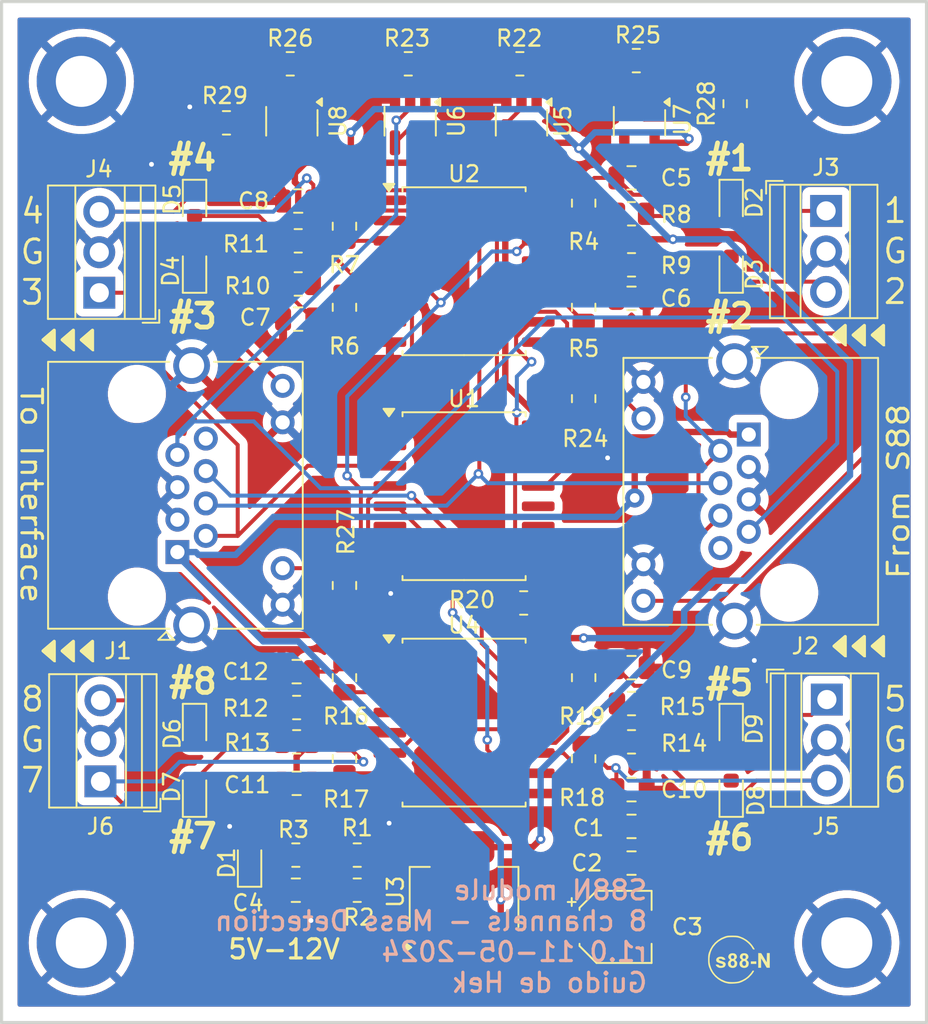
<source format=kicad_pcb>
(kicad_pcb (version 20240108) (generator "pcbnew") (generator_version "8.0")
  (layers (0 "F.Cu" signal) (31 "B.Cu" signal) (34 "B.Paste" user) (35 "F.Paste" user) (36 "B.SilkS" user "B.Silkscreen") (37 "F.SilkS" user "F.Silkscreen") (38 "B.Mask" user) (39 "F.Mask" user) (44 "Edge.Cuts" user))
  (net 0 "")
  (net 1 "GNDD")
  (net 2 "+5V")
  (net 3 "+5VD")
  (net 4 "/In1")
  (net 5 "/In2")
  (net 6 "/In3")
  (net 7 "/In4")
  (net 8 "/In5")
  (net 9 "/In6")
  (net 10 "/In7")
  (net 11 "/In8")
  (net 12 "Net-(D1-A)")
  (net 13 "Net-(D2-A)")
  (net 14 "Net-(D3-A)")
  (net 15 "Net-(D4-A)")
  (net 16 "Net-(D5-A)")
  (net 17 "Net-(D6-A)")
  (net 18 "Net-(D7-A)")
  (net 19 "Net-(D8-A)")
  (net 20 "Net-(D9-A)")
  (net 21 "S88_LOAD")
  (net 22 "S88_Data_Out")
  (net 24 "S88_Reset")
  (net 25 "S88_CLK")
  (net 27 "Net-(U3-ADJ)")
  (net 28 "Net-(R4-Pad1)")
  (net 29 "Net-(R5-Pad1)")
  (net 30 "Net-(R6-Pad1)")
  (net 31 "Net-(R7-Pad1)")
  (net 32 "Net-(R16-Pad1)")
  (net 33 "Net-(R17-Pad1)")
  (net 34 "Net-(R18-Pad1)")
  (net 35 "Net-(R19-Pad1)")
  (net 36 "2Q4")
  (net 37 "2Q3")
  (net 38 "1Q2")
  (net 41 "1Q3")
  (net 42 "1Q1")
  (net 43 "CLK")
  (net 44 "2Q1")
  (net 45 "2Q2")
  (net 46 "1Q4")
  (net 47 "RST")
  (net 50 "Net-(J1-Pad10)")
  (net 51 "Net-(J2-Pad10)")
  (net 52 "S88_Data_In")
  (net 53 "Data_Out")
  (net 54 "Data_In")
  (net 55 "Net-(R28-Pad1)")
  (net 56 "Net-(R29-Pad1)")
  (footprint "MountingHole:MountingHole_3.2mm_M3_DIN965_Pad" (layer "F.Cu") (at 105 95)
    (property "Reference" "H1" (hide yes))
    (property "Value" "MountingHole_Pad" (hide yes))
  )
  (footprint "LED_SMD:LED_0603_1608Metric" (layer "F.Cu") (at 115.55 90 90)
    (property "Reference" "D1")
    (property "Value" "LED")
  )
  (footprint "Resistor_SMD:R_0805_2012Metric" (layer "F.Cu") (at 136.5 55.1625 90)
    (property "Reference" "R5")
    (property "Value" "10k")
  )
  (footprint "Resistor_SMD:R_0805_2012Metric" (layer "F.Cu") (at 136.5 83.4575 90)
    (property "Reference" "R18")
    (property "Value" "10k")
  )
  (footprint "Package_SO:SOIC-16W_7.5x10.3mm_P1.27mm" (layer "F.Cu") (at 129 81.195)
    (property "Reference" "U4")
    (property "Value" "4044")
  )
  (footprint "Resistor_SMD:R_0805_2012Metric" (layer "F.Cu") (at 139.5 80 180)
    (property "Reference" "R15")
    (property "Value" "100k")
  )
  (footprint "MountingHole:MountingHole_3.2mm_M3_DIN965_Pad" (layer "F.Cu") (at 105 41)
    (property "Reference" "H3" (hide yes))
    (property "Value" "MountingHole_Pad" (hide yes))
  )
  (footprint "Resistor_SMD:R_0805_2012Metric" (layer "F.Cu") (at 132.5 39.9 180)
    (property "Reference" "R22")
    (property "Value" "10k")
  )
  (footprint "Resistor_SMD:R_0805_2012Metric" (layer "F.Cu") (at 146 42.4 90)
    (property "Reference" "R28")
    (property "Value" "1k")
  )
  (footprint "Resistor_SMD:R_0805_2012Metric" (layer "F.Cu") (at 122.3 89.5)
    (property "Reference" "R1")
    (property "Value" "680")
  )
  (footprint "Resistor_SMD:R_0805_2012Metric" (layer "F.Cu") (at 136.5 60.8875 90)
    (property "Reference" "R24")
    (property "Value" "1k")
  )
  (footprint "Resistor_SMD:R_0805_2012Metric" (layer "F.Cu") (at 118.1 39.9 180)
    (property "Reference" "R26")
    (property "Value" "100k")
  )
  (footprint "LED_SMD:LED_0603_1608Metric" (layer "F.Cu") (at 112.1 48.6525 -90)
    (property "Reference" "D5")
    (property "Value" "LED")
  )
  (footprint "TerminalBlock:TerminalBlock_Xinya_XY308-2.54-3P_1x03_P2.54mm_Horizontal" (layer "F.Cu") (at 106.2 84.88 90)
    (property "Reference" "J6")
    (property "Value" "Screw_Terminal_01x03")
  )
  (footprint "TerminalBlock:TerminalBlock_Xinya_XY308-2.54-3P_1x03_P2.54mm_Horizontal" (layer "F.Cu") (at 151.7 49.12 -90)
    (property "Reference" "J3")
    (property "Value" "Screw_Terminal_01x03")
  )
  (footprint "TerminalBlock:TerminalBlock_Xinya_XY308-2.54-3P_1x03_P2.54mm_Horizontal" (layer "F.Cu") (at 151.75 79.75 -90)
    (property "Reference" "J5")
    (property "Value" "Screw_Terminal_01x03")
  )
  (footprint "Capacitor_SMD:C_0805_2012Metric" (layer "F.Cu") (at 118.45 91.7 180)
    (property "Reference" "C4")
    (property "Value" "1u")
  )
  (footprint "Capacitor_SMD:C_0805_2012Metric" (layer "F.Cu") (at 118.5 78 180)
    (property "Reference" "C12")
    (property "Value" "10n")
  )
  (footprint "Package_SO:SOIC-16W_7.5x10.3mm_P1.27mm" (layer "F.Cu") (at 129 52.9)
    (property "Reference" "U2")
    (property "Value" "4044")
  )
  (footprint "Resistor_SMD:R_0805_2012Metric" (layer "F.Cu") (at 136.5 48.6325 90)
    (property "Reference" "R4")
    (property "Value" "10k")
  )
  (footprint "Capacitor_SMD:C_0805_2012Metric" (layer "F.Cu") (at 118.6 55.9 180)
    (property "Reference" "C7")
    (property "Value" "10n")
  )
  (footprint "Package_TO_SOT_SMD:SOT-23-5_HandSoldering" (layer "F.Cu") (at 118.2 43.5 -90)
    (property "Reference" "U8")
    (property "Value" "74LVC1G17")
  )
  (footprint "Capacitor_SMD:C_0805_2012Metric" (layer "F.Cu") (at 118.6 48.5 180)
    (property "Reference" "C8")
    (property "Value" "10n")
  )
  (footprint "LED_SMD:LED_0603_1608Metric" (layer "F.Cu") (at 145.75 81.5025 -90)
    (property "Reference" "D9")
    (property "Value" "LED")
  )
  (footprint "Resistor_SMD:R_0805_2012Metric" (layer "F.Cu") (at 118.6 50.995)
    (property "Reference" "R11")
    (property "Value" "100k")
  )
  (footprint "Capacitor_SMD:C_0805_2012Metric" (layer "F.Cu") (at 118.5 85)
    (property "Reference" "C11")
    (property "Value" "10n")
  )
  (footprint "TerminalBlock:TerminalBlock_Xinya_XY308-2.54-3P_1x03_P2.54mm_Horizontal" (layer "F.Cu") (at 106.125 54.25 90)
    (property "Reference" "J4")
    (property "Value" "Screw_Terminal_01x03")
  )
  (footprint "Resistor_SMD:R_0805_2012Metric" (layer "F.Cu") (at 118.6 53.7)
    (property "Reference" "R10")
    (property "Value" "100k")
  )
  (footprint "Resistor_SMD:R_0805_2012Metric" (layer "F.Cu") (at 118.45 89.5)
    (property "Reference" "R3")
    (property "Value" "1k")
  )
  (footprint "Resistor_SMD:R_0805_2012Metric" (layer "F.Cu") (at 121.5 55.1625 90)
    (property "Reference" "R6")
    (property "Value" "10k")
  )
  (footprint "Package_TO_SOT_SMD:SOT-23-5_HandSoldering" (layer "F.Cu") (at 132.6 43.5 -90)
    (property "Reference" "U5")
    (property "Value" "74LVC1G17")
  )
  (footprint "Resistor_SMD:R_0805_2012Metric" (layer "F.Cu") (at 118.5 80.25)
    (property "Reference" "R12")
    (property "Value" "100k")
  )
  (footprint "MountingHole:MountingHole_3.2mm_M3_DIN965_Pad" (layer "F.Cu") (at 153 95)
    (property "Reference" "H2" (hide yes))
    (property "Value" "MountingHole_Pad" (hide yes))
  )
  (footprint "Resistor_SMD:R_0805_2012Metric" (layer "F.Cu") (at 139.8 39.7 180)
    (property "Reference" "R25")
    (property "Value" "10k")
  )
  (footprint "Capacitor_SMD:C_0805_2012Metric" (layer "F.Cu") (at 139.5 54.6)
    (property "Reference" "C6")
    (property "Value" "10n")
  )
  (footprint "Resistor_SMD:R_0805_2012Metric" (layer "F.Cu") (at 132.7375 73.695)
    (property "Reference" "R20")
    (property "Value" "100k")
  )
  (footprint "Package_TO_SOT_SMD:SOT-23-5_HandSoldering" (layer "F.Cu") (at 125.62 43.5 -90)
    (property "Reference" "U6")
    (property "Value" "74LVC1G17")
  )
  (footprint "Resistor_SMD:R_0805_2012Metric" (layer "F.Cu") (at 139.5 49.3 180)
    (property "Reference" "R8")
    (property "Value" "100k")
  )
  (footprint "Resistor_SMD:R_0805_2012Metric" (layer "F.Cu") (at 121.5 83.4575 90)
    (property "Reference" "R17")
    (property "Value" "10k")
  )
  (footprint "Package_TO_SOT_SMD:SOT-23-5_HandSoldering" (layer "F.Cu") (at 140 43.5 -90)
    (property "Reference" "U7")
    (property "Value" "74LVC1G17")
  )
  (footprint "Resistor_SMD:R_0805_2012Metric" (layer "F.Cu") (at 139.5 52.5 180)
    (property "Reference" "R9")
    (property "Value" "100k")
  )
  (footprint "Resistor_SMD:R_0805_2012Metric" (layer "F.Cu") (at 136.5 78.3775 90)
    (property "Reference" "R19")
    (property "Value" "10k")
  )
  (footprint "Capacitor_SMD:C_0805_2012Metric" (layer "F.Cu") (at 139.5 47.05)
    (property "Reference" "C5")
    (property "Value" "10n")
  )
  (footprint "LED_SMD:LED_0603_1608Metric" (layer "F.Cu") (at 112.1 81.5025 -90)
    (property "Reference" "D6")
    (property "Value" "LED")
  )
  (footprint "Resistor_SMD:R_0805_2012Metric" (layer "F.Cu") (at 125.5 39.9 180)
    (property "Reference" "R23")
    (property "Value" "10k")
  )
  (footprint "LED_SMD:LED_0603_1608Metric" (layer "F.Cu") (at 145.75 85.6175 90)
    (property "Reference" "D8")
    (property "Value" "LED")
  )
  (footprint "Resistor_SMD:R_0805_2012Metric" (layer "F.Cu") (at 122.3 91.7 180)
    (property "Reference" "R2")
    (property "Value" "220")
  )
  (footprint "LED_SMD:LED_0603_1608Metric" (layer "F.Cu") (at 145.75 52.7675 90)
    (property "Reference" "D3")
    (property "Value" "LED")
  )
  (footprint "LED_SMD:LED_0603_1608Metric" (layer "F.Cu") (at 145.75 48.6525 -90)
    (property "Reference" "D2")
    (property "Value" "LED")
  )
  (footprint "Resistor_SMD:R_0805_2012Metric" (layer "F.Cu") (at 121.5 72.6 90)
    (property "Reference" "R27")
    (property "Value" "1k")
  )
  (footprint "Resistor_SMD:R_0805_2012Metric" (layer "F.Cu") (at 118.5 82.4)
    (property "Reference" "R13")
    (property "Value" "100k")
  )
  (footprint "Capacitor_SMD:CP_Elec_4x5.8" (layer "F.Cu") (at 138.5 94)
    (property "Reference" "C3")
    (property "Value" "100u")
  )
  (footprint "Capacitor_SMD:C_0805_2012Metric" (layer "F.Cu") (at 139.5 77.75)
    (property "Reference" "C9")
    (property "Value" "10n")
  )
  (footprint "Capacitor_SMD:C_0805_2012Metric" (layer "F.Cu") (at 139.5 90)
    (property "Reference" "C2")
    (property "Value" "100n")
  )
  (footprint "MountingHole:MountingHole_3.2mm_M3_DIN965_Pad" (layer "F.Cu") (at 153 41)
    (property "Reference" "H4" (hide yes))
    (property "Value" "MountingHole_Pad" (hide yes))
  )
  (footprint "Package_SO:SOIC-16W_7.5x10.3mm_P1.27mm" (layer "F.Cu") (at 129 67)
    (property "Reference" "U1")
    (property "Value" "4014")
  )
  (footprint "Connector_RJ:RJ45_Amphenol_RJHSE538X" (layer "F.Cu") (at 111.025 70.505 90)
    (property "Reference" "J1")
    (property "Value" "RJ45_LED_Shielded")
  )
  (footprint "Resistor_SMD:R_0805_2012Metric" (layer "F.Cu") (at 121.5 50.0825 90)
    (property "Reference" "R7")
    (property "Value" "10k")
  )
  (footprint "LOGO" (layer "F.Cu") (at 146.2 96)
    (property "Reference" "G***" (hide yes))
    (property "Value" "LOGO" (hide yes))
  )
  (footprint "Resistor_SMD:R_0805_2012Metric" (layer "F.Cu") (at 121.5 78.3775 90)
    (property "Reference" "R16")
    (property "Value" "10k")
  )
  (footprint "Capacitor_SMD:C_0805_2012Metric" (layer "F.Cu") (at 139.5 87.7)
    (property "Reference" "C1")
    (property "Value" "100n")
  )
  (footprint "Capacitor_SMD:C_0805_2012Metric" (layer "F.Cu") (at 139.5 85.4)
    (property "Reference" "C10")
    (property "Value" "10n")
  )
  (footprint "Resistor_SMD:R_0805_2012Metric" (layer "F.Cu") (at 114.1 43.6 180)
    (property "Reference" "R29")
    (property "Value" "1k")
  )
  (footprint "LED_SMD:LED_0603_1608Metric" (layer "F.Cu") (at 112.1 52.7675 90)
    (property "Reference" "D4")
    (property "Value" "LED")
  )
  (footprint "Package_TO_SOT_SMD:SOT-223-3_TabPin2" (layer "F.Cu") (at 129 92.15 90)
    (property "Reference" "U3")
    (property "Value" "LM317_SOT-223")
  )
  (footprint "Connector_RJ:RJ45_Amphenol_RJHSE538X" (layer "F.Cu") (at 146.85 63.14 -90)
    (property "Reference" "J2")
    (property "Value" "RJ45_LED_Shielded")
  )
  (footprint "Resistor_SMD:R_0805_2012Metric" (layer "F.Cu") (at 139.5 82.4 180)
    (property "Reference" "R14")
    (property "Value" "100k")
  )
  (footprint "LED_SMD:LED_0603_1608Metric" (layer "F.Cu") (at 112.1 85.6175 90)
    (property "Reference" "D7")
    (property "Value" "LED")
  )
  (gr_poly (pts (xy 104.5 57.8) (xy 104.5 56.6) (xy 103.8 57.2)) (stroke (width 0.2)) (fill solid) (layer "F.SilkS"))
  (gr_poly (pts (xy 154.1 77) (xy 154.1 75.8) (xy 153.4 76.4)) (stroke (width 0.2)) (fill solid) (layer "F.SilkS"))
  (gr_poly (pts (xy 104.5 77.3) (xy 104.5 76.1) (xy 103.8 76.7)) (stroke (width 0.2)) (fill solid) (layer "F.SilkS"))
  (gr_poly (pts (xy 155.3 77) (xy 155.3 75.8) (xy 154.6 76.4)) (stroke (width 0.2)) (fill solid) (layer "F.SilkS"))
  (gr_poly (pts (xy 105.7 57.8) (xy 105.7 56.6) (xy 105 57.2)) (stroke (width 0.2)) (fill solid) (layer "F.SilkS"))
  (gr_poly (pts (xy 152.9 77) (xy 152.9 75.8) (xy 152.2 76.4)) (stroke (width 0.2)) (fill solid) (layer "F.SilkS"))
  (gr_poly (pts (xy 103.3 57.8) (xy 103.3 56.6) (xy 102.6 57.2)) (stroke (width 0.2)) (fill solid) (layer "F.SilkS"))
  (gr_poly (pts (xy 105.7 77.3) (xy 105.7 76.1) (xy 105 76.7)) (stroke (width 0.2)) (fill solid) (layer "F.SilkS"))
  (gr_poly (pts (xy 103.3 77.3) (xy 103.3 76.1) (xy 102.6 76.7)) (stroke (width 0.2)) (fill solid) (layer "F.SilkS"))
  (gr_poly (pts (xy 155.3 57.5) (xy 155.3 56.3) (xy 154.6 56.9)) (stroke (width 0.2)) (fill solid) (layer "F.SilkS"))
  (gr_poly (pts (xy 154.1 57.5) (xy 154.1 56.3) (xy 153.4 56.9)) (stroke (width 0.2)) (fill solid) (layer "F.SilkS"))
  (gr_poly (pts (xy 152.9 57.5) (xy 152.9 56.3) (xy 152.2 56.9)) (stroke (width 0.2)) (fill solid) (layer "F.SilkS"))
  (gr_line (start 158 100) (end 100 100) (stroke (width 0.2)) (layer "Edge.Cuts"))
  (gr_line (start 100 100) (end 100 36) (stroke (width 0.2)) (layer "Edge.Cuts"))
  (gr_line (start 100 36) (end 158 36) (stroke (width 0.2)) (layer "Edge.Cuts"))
  (gr_line (start 158 36) (end 158 100) (stroke (width 0.2)) (layer "Edge.Cuts"))
  (gr_text "S88N module\n8 channels - Mass Detection\nr1.0 11-05-2024\nGuido de Hek" (at 140.6 94.6 0) (layer "B.SilkS") (effects (font (size 1.2 1.2) (thickness 0.2) (bold yes)) (justify left mirror)))
  (gr_text "#2" (at 143.985715 56.6 0) (layer "F.SilkS") (effects (font (size 1.5 1.5) (thickness 0.3) (bold yes)) (justify left bottom)))
  (gr_text "4" (at 101.1 50.025938 0) (layer "F.SilkS") (effects (font (size 1.5 1.5) (thickness 0.1875)) (justify left bottom)))
  (gr_text "#1" (at 143.985715 46.7 0) (layer "F.SilkS") (effects (font (size 1.5 1.5) (thickness 0.3) (bold yes)) (justify left bottom)))
  (gr_text "8" (at 101.1 80.605938 0) (layer "F.SilkS") (effects (font (size 1.5 1.5) (thickness 0.1875)) (justify left bottom)))
  (gr_text "7" (at 101.1 85.685938 0) (layer "F.SilkS") (effects (font (size 1.5 1.5) (thickness 0.1875)) (justify left bottom)))
  (gr_text "6" (at 155.2 85.685938 0) (layer "F.SilkS") (effects (font (size 1.5 1.5) (thickness 0.1875)) (justify left bottom)))
  (gr_text "#5" (at 143.985715 79.6 0) (layer "F.SilkS") (effects (font (size 1.5 1.5) (thickness 0.3) (bold yes)) (justify left bottom)))
  (gr_text "G" (at 155.164285 83.145938 0) (layer "F.SilkS") (effects (font (size 1.5 1.5) (thickness 0.1875)) (justify left bottom)))
  (gr_text "To Interface" (at 101.1 60.028036 270) (layer "F.SilkS") (effects (font (size 1.3 1.5) (thickness 0.1875)) (justify left bottom)))
  (gr_text "5V-12V" (at 114.1 95.4 0) (layer "F.SilkS") (effects (font (size 1.2 1.2) (thickness 0.2) (bold yes)) (justify left)))
  (gr_text "1" (at 155.2 49.975938 0) (layer "F.SilkS") (effects (font (size 1.5 1.5) (thickness 0.1875)) (justify left bottom)))
  (gr_text "#8" (at 110.335715 79.5 0) (layer "F.SilkS") (effects (font (size 1.5 1.5) (thickness 0.3) (bold yes)) (justify left bottom)))
  (gr_text "#4" (at 110.3 46.7 0) (layer "F.SilkS") (effects (font (size 1.5 1.5) (thickness 0.3) (bold yes)) (justify left bottom)))
  (gr_text "G" (at 101.064285 83.145938 0) (layer "F.SilkS") (effects (font (size 1.5 1.5) (thickness 0.1875)) (justify left bottom)))
  (gr_text "From S88" (at 157 72.331249 90) (layer "F.SilkS") (effects (font (size 1.3 1.5) (thickness 0.1875)) (justify left bottom)))
  (gr_text "#6" (at 143.985715 89.3 0) (layer "F.SilkS") (effects (font (size 1.5 1.5) (thickness 0.3) (bold yes)) (justify left bottom)))
  (gr_text "G" (at 155.164285 52.515938 0) (layer "F.SilkS") (effects (font (size 1.5 1.5) (thickness 0.1875)) (justify left bottom)))
  (gr_text "#3" (at 110.335715 56.6 0) (layer "F.SilkS") (effects (font (size 1.5 1.5) (thickness 0.3) (bold yes)) (justify left bottom)))
  (gr_text "3" (at 101.1 55.105938 0) (layer "F.SilkS") (effects (font (size 1.5 1.5) (thickness 0.1875)) (justify left bottom)))
  (gr_text "2" (at 155.2 55.055938 0) (layer "F.SilkS") (effects (font (size 1.5 1.5) (thickness 0.1875)) (justify left bottom)))
  (gr_text "G" (at 101.064285 52.565938 0) (layer "F.SilkS") (effects (font (size 1.5 1.5) (thickness 0.1875)) (justify left bottom)))
  (gr_text "5" (at 155.2 80.605938 0) (layer "F.SilkS") (effects (font (size 1.5 1.5) (thickness 0.1875)) (justify left bottom)))
  (gr_text "#7" (at 110.335715 89.2 0) (layer "F.SilkS") (effects (font (size 1.5 1.5) (thickness 0.3) (bold yes)) (justify left bottom)))
  (segment (start 124.4 73.1) (end 124.35 73.15) (width 0.4) (layer "F.Cu") (net 1))
  (segment (start 116.462 91.7) (end 115.55 90.788) (width 0.4) (layer "F.Cu") (net 1))
  (segment (start 117.5 91.7) (end 116.462 91.7) (width 0.4) (layer "F.Cu") (net 1))
  (segment (start 124.35 71.445) (end 124.4 73.1) (width 0.4) (layer "F.Cu") (net 1))
  (via (at 124.3 87.5) (size 0.6) (drill 0.3) (layers "F.Cu" "B.Cu") (net 1))
  (via (at 119.4 93.6) (size 0.6) (drill 0.3) (layers "F.Cu" "B.Cu") (net 1))
  (via (at 109.4 46.2) (size 0.6) (drill 0.3) (layers "F.Cu" "B.Cu") (net 1))
  (via (at 111.8 42.6) (size 0.6) (drill 0.3) (layers "F.Cu" "B.Cu") (net 1))
  (via (at 138 64.6) (size 0.6) (drill 0.3) (layers "F.Cu" "B.Cu") (net 1))
  (via (at 124.4 73.1) (size 0.6) (drill 0.3) (layers "F.Cu" "B.Cu") (net 1))
  (via (at 114.3 87.7) (size 0.6) (drill 0.3) (layers "F.Cu" "B.Cu") (net 1))
  (via (at 147.2 77.3) (size 0.6) (drill 0.3) (layers "F.Cu" "B.Cu") (net 1))
  (segment (start 145.535 62.977) (end 142.202 62.977) (width 0.4) (layer "F.Cu") (net 2))
  (segment (start 138.55 90) (end 138.55 87.7) (width 0.4) (layer "F.Cu") (net 2))
  (segment (start 136.7 94) (end 132.6 94) (width 0.4) (layer "F.Cu") (net 2))
  (segment (start 142.202 62.977) (end 141.86 63.3184) (width 0.4) (layer "F.Cu") (net 2))
  (segment (start 146.85 63.14) (end 145.698 63.14) (width 0.4) (layer "F.Cu") (net 2))
  (segment (start 138.018 63.3184) (end 136.5 61.8) (width 0.4) (layer "F.Cu") (net 2))
  (segment (start 141.86 63.3184) (end 138.018 63.3184) (width 0.4) (layer "F.Cu") (net 2))
  (segment (start 145.698 63.14) (end 145.535 62.977) (width 0.4) (layer "F.Cu") (net 2))
  (segment (start 111.025 70.525) (end 116.2 75.7) (width 0.4) (layer "F.Cu") (net 2))
  (segment (start 131.3 92.3) (end 131.3 92.4) (width 0.4) (layer "F.Cu") (net 2))
  (segment (start 111.025 70.505) (end 111.025 70.525) (width 0.4) (layer "F.Cu") (net 2))
  (segment (start 131.3 92.4) (end 131.3 92.3) (width 0.4) (layer "F.Cu") (net 2))
  (segment (start 139.7 65.4789) (end 141.86 63.3184) (width 0.4) (layer "F.Cu") (net 2))
  (segment (start 136.7 91.85) (end 138.55 90) (width 0.4) (layer "F.Cu") (net 2))
  (segment (start 136.7 94) (end 136.7 91.85) (width 0.4) (layer "F.Cu") (net 2))
  (segment (start 119.3125 75.7) (end 121.5 73.5125) (width 0.4) (layer "F.Cu") (net 2))
  (segment (start 116.2 75.7) (end 119.3125 75.7) (width 0.4) (layer "F.Cu") (net 2))
  (segment (start 139.7 67.113) (end 139.7 65.4789) (width 0.4) (layer "F.Cu") (net 2))
  (segment (start 132.6 94) (end 131.3 95.3) (width 0.4) (layer "F.Cu") (net 2))
  (segment (start 131.3 95.3) (end 131.3 92.4) (width 0.4) (layer "F.Cu") (net 2))
  (via (at 131.3 92.3) (size 0.6) (drill 0.3) (layers "F.Cu" "B.Cu") (net 2))
  (via (at 139.7 67.113) (size 1.2) (drill 0.6) (layers "F.Cu" "B.Cu") (net 2))
  (segment (start 112.351 70.6796) (end 114.676 70.6796) (width 0.4) (layer "B.Cu") (net 2))
  (segment (start 112.177 70.505) (end 112.351 70.6796) (width 0.4) (layer "B.Cu") (net 2))
  (segment (start 117.0556 68.3) (end 138.513 68.3) (width 0.4) (layer "B.Cu") (net 2))
  (segment (start 111.025 70.725) (end 111.025 70.505) (width 0.4) (layer "B.Cu") (net 2))
  (segment (start 111.025 70.505) (end 112.177 70.505) (width 0.4) (layer "B.Cu") (net 2))
  (segment (start 116.4 76.1) (end 111.025 70.725) (width 0.4) (layer "B.Cu") (net 2))
  (segment (start 114.676 70.6796) (end 117.0556 68.3) (width 0.4) (layer "B.Cu") (net 2))
  (segment (start 118.6 76.1) (end 116.4 76.1) (width 0.4) (layer "B.Cu") (net 2))
  (segment (start 131.3 92.3) (end 131.3 88.8) (width 0.4) (layer "B.Cu") (net 2))
  (segment (start 131.3 88.8) (end 118.6 76.1) (width 0.4) (layer "B.Cu") (net 2))
  (segment (start 138.513 68.3) (end 139.7 67.113) (width 0.4) (layer "B.Cu") (net 2))
  (segment (start 133.55 44.85) (end 134.7808 44.85) (width 0.4) (layer "F.Cu") (net 3))
  (segment (start 135.85 44.85) (end 136.2 45.2) (width 0.4) (layer "F.Cu") (net 3))
  (segment (start 138.588 82.4) (end 138.588 81.2) (width 0.4) (layer "F.Cu") (net 3))
  (segment (start 121.9 44.2) (end 121.9 45.4523) (width 0.4) (layer "F.Cu") (net 3))
  (segment (start 133.3 89) (end 133.8 88.5) (width 0.4) (layer "F.Cu") (net 3))
  (segment (start 126.229 46.4023) (end 125.927 46.1006) (width 0.4) (layer "F.Cu") (net 3))
  (segment (start 119.3625 90.1615) (end 119.3625 89.5) (width 0.4) (layer "F.Cu") (net 3))
  (segment (start 133.65 62.555) (end 133.65 62.0379) (width 0.4) (layer "F.Cu") (net 3))
  (segment (start 133.855 76.5451) (end 134.5 75.9) (width 0.4) (layer "F.Cu") (net 3))
  (segment (start 119.362 90.162) (end 119.362 88.662) (width 0.4) (layer "F.Cu") (net 3))
  (segment (start 118.39 46.7636) (end 118.39 47.3164) (width 0.4) (layer "F.Cu") (net 3))
  (segment (start 140.95 44.85) (end 142.95 44.85) (width 0.4) (layer "F.Cu") (net 3))
  (segment (start 129 89) (end 133.3 89) (width 0.4) (layer "F.Cu") (net 3))
  (segment (start 118.5 87.8) (end 118.5 83.312) (width 0.4) (layer "F.Cu") (net 3))
  (segment (start 125.927 45.4927) (end 126.57 44.85) (width 0.4) (layer "F.Cu") (net 3))
  (segment (start 138 80) (end 136.8 81.2) (width 0.4) (layer "F.Cu") (net 3))
  (segment (start 119.053 46.1) (end 118.39 46.7636) (width 0.4) (layer "F.Cu") (net 3))
  (segment (start 119.15 46.1) (end 119.053 46.1) (width 0.4) (layer "F.Cu") (net 3))
  (segment (start 139.193 49.9055) (end 138.5875 49.3) (width 0.4) (layer "F.Cu") (net 3))
  (segment (start 121.9 45.4523) (end 122.548 46.1006) (width 0.4) (layer "F.Cu") (net 3))
  (segment (start 119.5125 52.348) (end 119.5125 53.7) (width 0.4) (layer "F.Cu") (net 3))
  (segment (start 118.956 82.856) (end 118.9565 82.856) (width 0.4) (layer "F.Cu") (net 3))
  (segment (start 118.39 47.3164) (end 118.601 47.5278) (width 0.4) (layer "F.Cu") (net 3))
  (segment (start 129 95.3) (end 127.549 96.751) (width 0.4) (layer "F.Cu") (net 3))
  (segment (start 131.585 49.9014) (end 133.131 48.355) (width 0.4) (layer "F.Cu") (net 3))
  (segment (start 119.412 80.936) (end 119.412 80.25) (width 0.4) (layer "F.Cu") (net 3))
  (segment (start 121.9 45.5) (end 121.3 46.1) (width 0.4) (layer "F.Cu") (net 3))
  (segment (start 119.362 90.162) (end 119.3625 90.1615) (width 0.4) (layer "F.Cu") (net 3))
  (segment (start 133.55 48.355) (end 133.65 48.455) (width 0.4) (layer "F.Cu") (net 3))
  (segment (start 138.588 80) (end 138.5875 80) (width 0.4) (layer "F.Cu") (net 3))
  (segment (start 121.388 91.7) (end 121.3875 91.7) (width 0.4) (layer "F.Cu") (net 3))
  (segment (start 119.412 80.936) (end 119.4125 80.9355) (width 0.4) (layer "F.Cu") (net 3))
  (segment (start 140.188 50.9) (end 139.1935 51.8945) (width 0.4) (layer "F.Cu") (net 3))
  (segment (start 121.9 45.4523) (end 121.9 45.5) (width 0.4) (layer "F.Cu") (net 3))
  (segment (start 124.35 53.535) (end 124.886 53.535) (width 0.4) (layer "F.Cu") (net 3))
  (segment (start 143.1 44.6) (end 143.2 44.6) (width 0.4) (layer "F.Cu") (net 3))
  (segment (start 133.131 48.355) (end 133.55 48.355) (width 0.4) (layer "F.Cu") (net 3))
  (segment (start 118.601 50.0837) (end 119.512 50.995) (width 0.4) (layer "F.Cu") (net 3))
  (segment (start 119.412 82.4) (end 119.412 81.622) (width 0.4) (layer "F.Cu") (net 3))
  (segment (start 119.412 81.622) (end 124.142 81.622) (width 0.4) (layer "F.Cu") (net 3))
  (segment (start 136.214 45.2) (end 136.2 45.2) (width 0.4) (layer "F.Cu") (net 3))
  (segment (start 131.585 59.9728) (end 131.585 49.9014) (width 0.4) (layer "F.Cu") (net 3))
  (segment (start 119.412 81.622) (end 119.412 80.936) (width 0.4) (layer "F.Cu") (net 3))
  (segment (start 119.362 88.662) (end 118.5 87.8) (width 0.4) (layer "F.Cu") (net 3))
  (segment (start 139.1935 49.9055) (end 138.588 49.3) (width 0.4) (layer "F.Cu") (net 3))
  (segment (start 142.95 44.85) (end 143.1 44.7) (width 0.4) (layer "F.Cu") (net 3))
  (segment (start 134.7808 44.85) (end 135.85 44.85) (width 0.4) (layer "F.Cu") (net 3))
  (segment (start 139.1935 51.8945) (end 139.193 51.8945) (width 0.4) (layer "F.Cu") (net 3))
  (segment (start 119.15 44.85) (end 119.15 46.1) (width 0.4) (layer "F.Cu") (net 3))
  (segment (start 119.512 50.995) (end 119.512 52.3475) (width 0.4) (layer "F.Cu") (net 3))
  (segment (start 119.512 52.3475) (end 119.512 53.7) (width 0.4) (layer "F.Cu") (net 3))
  (segment (start 136.2 45.2) (end 136.2 45.1864) (width 0.4) (layer "F.Cu") (net 3))
  (segment (start 125.927 46.1006) (end 125.927 45.4927) (width 0.4) (layer "F.Cu") (net 3))
  (segment (start 136.241 45.2274) (end 136.214 45.2) (width 0.4) (layer "F.Cu") (net 3))
  (segment (start 140.188 50.9) (end 139.1935 49.9055) (width 0.4) (layer "F.Cu") (net 3))
  (segment (start 133.65 62.0379) (end 131.585 59.9728) (width 0.4) (layer "F.Cu") (net 3))
  (segment (start 139.1935 49.9055) (end 139.193 49.9055) (width 0.4) (layer "F.Cu") (net 3))
  (segment (start 133.65 76.75) (end 133.855 76.5451) (width 0.4) (layer "F.Cu") (net 3))
  (segment (start 127.549 96.751) (end 125.738 96.751) (width 0.4) (layer "F.Cu") (net 3))
  (segment (start 143.2 44.6) (end 143.1 44.7) (width 0.4) (layer "F.Cu") (net 3))
  (segment (start 121.3875 91.7) (end 119.4 91.7) (width 0.4) (layer "F.Cu") (net 3))
  (segment (start 138.588 81.2) (end 138.5875 81.2005) (width 0.4) (layer "F.Cu") (net 3))
  (segment (start 119.5125 50.995) (end 119.512 50.995) (width 0.4) (layer "F.Cu") (net 3))
  (segment (start 125.738 96.751) (end 121.388 92.4) (width 0.4) (layer "F.Cu") (net 3))
  (segment (start 126.229 52.1921) (end 126.229 46.4023) (width 0.4) (layer "F.Cu") (net 3))
  (segment (start 124.142 81.622) (end 124.35 81.83) (width 0.4) (layer "F.Cu") (net 3))
  (segment (start 121.388 92.4) (end 121.388 91.7) (width 0.4) (layer "F.Cu") (net 3))
  (segment (start 139.193 51.8945) (end 138.5875 52.5) (width 0.4) (layer "F.Cu") (net 3))
  (segment (start 124.886 53.535) (end 126.229 52.1921) (width 0.4) (layer "F.Cu") (net 3))
  (segment (start 122.548 46.1006) (end 125.927 46.1006) (width 0.4) (layer "F.Cu") (net 3))
  (segment (start 134.5 75.9) (end 136.5 75.9) (width 0.4) (layer "F.Cu") (net 3))
  (segment (start 118.5 83.312) (end 118.956 82.856) (width 0.4) (layer "F.Cu") (net 3))
  (segment (start 119.4125 80.9355) (end 119.4125 80.25) (width 0.4) (layer "F.Cu") (net 3))
  (segment (start 143.1 44.7) (end 143.1 44.6) (width 0.4) (layer "F.Cu") (net 3))
  (segment (start 119.4 91.7) (end 119.362 91.662) (width 0.4) (layer "F.Cu") (net 3))
  (segment (start 138.5875 80) (end 138 80) (width 0.4) (layer "F.Cu") (net 3))
  (segment (start 133.55 44.85) (end 133.55 48.355) (width 0.4) (layer "F.Cu") (net 3))
  (segment (start 118.9565 82.856) (end 119.4125 82.4) (width 0.4) (layer "F.Cu") (net 3))
  (segment (start 138.588 81.2) (end 138.588 80) (width 0.4) (layer "F.Cu") (net 3))
  (segment (start 119.512 52.3475) (end 119.5125 52.348) (width 0.4) (layer "F.Cu") (net 3))
  (segment (start 138.5875 81.2005) (end 138.5875 82.4) (width 0.4) (layer "F.Cu") (net 3))
  (segment (start 129 95.3) (end 129 89) (width 0.4) (layer "F.Cu") (net 3))
  (segment (start 142.1 50.9) (end 140.188 50.9) (width 0.4) (layer "F.Cu") (net 3))
  (segment (start 121.3 46.1) (end 119.15 46.1) (width 0.4) (layer "F.Cu") (net 3))
  (segment (start 139.1935 51.8945) (end 138.588 52.5) (width 0.4) (layer "F.Cu") (net 3))
  (segment (start 119.362 91.662) (end 119.362 90.162) (width 0.4) (layer "F.Cu") (net 3))
  (segment (start 118.601 47.5278) (end 118.601 50.0837) (width 0.4) (layer "F.Cu") (net 3))
  (segment (start 118.956 82.856) (end 119.412 82.4) (width 0.4) (layer "F.Cu") (net 3))
  (via (at 136.5 75.9) (size 0.6) (drill 0.3) (layers "F.Cu" "B.Cu") (net 3))
  (via (at 136.2 45.2) (size 0.6) (drill 0.3) (layers "F.Cu" "B.Cu") (net 3))
  (via (at 121.9 44.2) (size 0.6) (drill 0.3) (layers "F.Cu" "B.Cu") (net 3))
  (via (at 142.1 50.9) (size 0.6) (drill 0.3) (layers "F.Cu" "B.Cu") (net 3))
  (via (at 133.8 88.5) (size 0.6) (drill 0.3) (layers "F.Cu" "B.Cu") (net 3))
  (via (at 143.1 44.6) (size 0.6) (drill 0.3) (layers "F.Cu" "B.Cu") (net 3))
  (via (at 136.8 81.2) (size 0.6) (drill 0.3) (layers "F.Cu" "B.Cu") (net 3))
  (segment (start 145.5 50.9) (end 142.1 50.9) (width 0.4) (layer "B.Cu") (net 3))
  (segment (start 123.359 42.7413) (end 133.741 42.7413) (width 0.4) (layer "B.Cu") (net 3))
  (segment (start 153.202 65.6981) (end 153.202 58.6019) (width 0.4) (layer "B.Cu") (net 3))
  (segment (start 121.9 44.2) (end 123.359 42.7413) (width 0.4) (layer "B.Cu") (net 3))
  (segment (start 133.8 84.2) (end 136.8 81.2) (width 0.4) (layer "B.Cu") (net 3))
  (segment (start 142.7 44.2) (end 137.2 44.2) (width 0.4) (layer "B.Cu") (net 3))
  (segment (start 136.8 81.2) (end 142.1 75.9) (width 0.4) (layer "B.Cu") (net 3))
  (segment (start 142.1 75.9) (end 142.3 75.7) (width 0.4) (layer "B.Cu") (net 3))
  (segment (start 142.8 74.2) (end 144.7 72.3) (width 0.4) (layer "B.Cu") (net 3))
  (segment (start 133.741 42.7413) (end 136.2 45.2) (width 0.4) (layer "B.Cu") (net 3))
  (segment (start 142.8 75.2) (end 142.8 74.2) (width 0.4) (layer "B.Cu") (net 3))
  (segment (start 133.8 88.5) (end 133.8 84.2) (width 0.4) (layer "B.Cu") (net 3))
  (segment (start 153.202 58.6019) (end 145.5 50.9) (width 0.4) (layer "B.Cu") (net 3))
  (segment (start 137.2 44.2) (end 136.2 45.2) (width 0.4) (layer "B.Cu") (net 3))
  (segment (start 136.5 75.9) (end 142.1 75.9) (width 0.4) (layer "B.Cu") (net 3))
  (segment (start 141.9 50.9) (end 142.1 50.9) (width 0.4) (layer "B.Cu") (net 3))
  (segment (start 142.1 75.9) (end 142.3 75.7) (width 0.4) (layer "B.Cu") (net 3))
  (segment (start 146.6 72.3) (end 153.202 65.6981) (width 0.4) (layer "B.Cu") (net 3))
  (segment (start 142.3 75.7) (end 142.8 75.2) (width 0.4) (layer "B.Cu") (net 3))
  (segment (start 136.2 45.2) (end 141.9 50.9) (width 0.4) (layer "B.Cu") (net 3))
  (segment (start 143.1 44.6) (end 142.7 44.2) (width 0.4) (layer "B.Cu") (net 3))
  (segment (start 144.7 72.3) (end 146.6 72.3) (width 0.4) (layer "B.Cu") (net 3))
  (segment (start 145.865 47.865) (end 147.12 49.12) (width 0.25) (layer "F.Cu") (net 4))
  (segment (start 145.508 48.1069) (end 145.75 47.865) (width 0.25) (layer "F.Cu") (net 4))
  (segment (start 139.607 48.1069) (end 145.508 48.1069) (width 0.25) (layer "F.Cu") (net 4))
  (segment (start 137.17 47.05) (end 136.5 47.72) (width 0.25) (layer "F.Cu") (net 4))
  (segment (start 145.75 47.865) (end 145.865 47.865) (width 0.25) (layer "F.Cu") (net 4))
  (segment (start 138.55 47.05) (end 137.17 47.05) (width 0.25) (layer "F.Cu") (net 4))
  (segment (start 147.12 49.12) (end 151.7 49.12) (width 0.25) (layer "F.Cu") (net 4))
  (segment (start 138.55 47.05) (end 139.607 48.1069) (width 0.25) (layer "F.Cu") (net 4))
  (segment (start 151.055 53.555) (end 151.7 54.2) (width 0.25) (layer "F.Cu") (net 5))
  (segment (start 138.55 54.6) (end 138.55 54.25) (width 0.25) (layer "F.Cu") (net 5))
  (segment (start 138.55 54.25) (end 139.259 53.5413) (width 0.25) (layer "F.Cu") (net 5))
  (segment (start 138.55 54.25) (end 136.5 54.25) (width 0.25) (layer "F.Cu") (net 5))
  (segment (start 145.736 53.5413) (end 145.75 53.555) (width 0.25) (layer "F.Cu") (net 5))
  (segment (start 139.259 53.5413) (end 145.736 53.5413) (width 0.25) (layer "F.Cu") (net 5))
  (segment (start 145.75 53.555) (end 151.055 53.555) (width 0.25) (layer "F.Cu") (net 5))
  (segment (start 119.55 55.9) (end 118.425 54.775) (width 0.25) (layer "F.Cu") (net 6))
  (segment (start 118.425 54.775) (end 113.32 54.775) (width 0.25) (layer "F.Cu") (net 6))
  (segment (start 119.55 55.9) (end 121.2 54.25) (width 0.25) (layer "F.Cu") (net 6))
  (segment (start 106.125 54.25) (end 111.405 54.25) (width 0.25) (layer "F.Cu") (net 6))
  (segment (start 111.405 54.25) (end 112.1 53.555) (width 0.25) (layer "F.Cu") (net 6))
  (segment (start 113.32 54.775) (end 112.1 53.555) (width 0.25) (layer "F.Cu") (net 6))
  (segment (start 121.2 54.25) (end 121.5 54.25) (width 0.25) (layer "F.Cu") (net 6))
  (segment (start 120.224 47.8262) (end 119.55 48.5) (width 0.25) (layer "F.Cu") (net 7))
  (segment (start 125.423 49.0977) (end 125.702 48.8184) (width 0.25) (layer "F.Cu") (net 7))
  (segment (start 125.702 48.1072) (end 125.421 47.8262) (width 0.25) (layer "F.Cu") (net 7))
  (segment (start 110.795 49.17) (end 106.125 49.17) (width 0.25) (layer "F.Cu") (net 7))
  (segment (start 125.702 48.8184) (end 125.702 48.1072) (width 0.25) (layer "F.Cu") (net 7))
  (segment (start 119.55 47.4841) (end 119.136 47.0701) (width 0.25) (layer "F.Cu") (net 7))
  (segment (start 121.5 49.17) (end 121.572 49.0977) (width 0.25) (layer "F.Cu") (net 7))
  (segment (start 112.1 47.865) (end 110.795 49.17) (width 0.25) (layer "F.Cu") (net 7))
  (segment (start 121.572 49.0977) (end 125.423 49.0977) (width 0.25) (layer "F.Cu") (net 7))
  (segment (start 119.55 48.5) (end 119.55 47.4841) (width 0.25) (layer "F.Cu") (net 7))
  (segment (start 125.421 47.8262) (end 120.224 47.8262) (width 0.25) (layer "F.Cu") (net 7))
  (via (at 119.136 47.0701) (size 0.6) (drill 0.3) (layers "F.Cu" "B.Cu") (net 7))
  (segment (start 119.136 47.0701) (end 117.036 49.17) (width 0.25) (layer "B.Cu") (net 7))
  (segment (start 117.036 49.17) (end 106.125 49.17) (width 0.25) (layer "B.Cu") (net 7))
  (segment (start 139.688 78.8875) (end 144.525 78.8875) (width 0.25) (layer "F.Cu") (net 8))
  (segment (start 144.525 78.8875) (end 145.75 80.112) (width 0.25) (layer "F.Cu") (net 8))
  (segment (start 138.265 77.465) (end 138.55 77.75) (width 0.25) (layer "F.Cu") (net 8))
  (segment (start 138.55 77.75) (end 139.688 78.8875) (width 0.25) (layer "F.Cu") (net 8))
  (segment (start 145.75 80.112) (end 145.75 80.715) (width 0.25) (layer "F.Cu") (net 8))
  (segment (start 150.785 80.715) (end 151.75 79.75) (width 0.25) (layer "F.Cu") (net 8))
  (segment (start 145.75 80.715) (end 150.785 80.715) (width 0.25) (layer "F.Cu") (net 8))
  (segment (start 136.5 77.465) (end 138.265 77.465) (width 0.25) (layer "F.Cu") (net 8))
  (segment (start 137.99 84.035) (end 136.5 82.545) (width 0.25) (layer "F.Cu") (net 9))
  (segment (start 145.75 86.405) (end 147.325 84.83) (width 0.25) (layer "F.Cu") (net 9))
  (segment (start 138.55 84.07) (end 138.515 84.035) (width 0.25) (layer "F.Cu") (net 9))
  (segment (start 147.325 84.83) (end 151.75 84.83) (width 0.25) (layer "F.Cu") (net 9))
  (segment (start 138.515 84.035) (end 137.99 84.035) (width 0.25) (layer "F.Cu") (net 9))
  (segment (start 138.55 85.4) (end 138.55 84.07) (width 0.25) (layer "F.Cu") (net 9))
  (via (at 138.515 84.035) (size 0.6) (drill 0.3) (layers "F.Cu" "B.Cu") (net 9))
  (segment (start 151.75 84.83) (end 139.31 84.83) (width 0.25) (layer "B.Cu") (net 9))
  (segment (start 139.31 84.83) (end 138.515 84.035) (width 0.25) (layer "B.Cu") (net 9))
  (segment (start 117.55 85) (end 116.145 86.405) (width 0.25) (layer "F.Cu") (net 10))
  (segment (start 116.145 86.405) (end 112.1 86.405) (width 0.25) (layer "F.Cu") (net 10))
  (segment (start 112.1 86.405) (end 107.725 86.405) (width 0.25) (layer "F.Cu") (net 10))
  (segment (start 107.725 86.405) (end 106.2 84.88) (width 0.25) (layer "F.Cu") (net 10))
  (segment (start 122.69 83.652) (end 121.584 82.545) (width 0.25) (layer "F.Cu") (net 10))
  (segment (start 121.584 82.545) (end 121.5 82.545) (width 0.25) (layer "F.Cu") (net 10))
  (via (at 122.69 83.652) (size 0.6) (drill 0.3) (layers "F.Cu" "B.Cu") (net 10))
  (segment (start 109.942 84.88) (end 111.17 83.652) (width 0.25) (layer "B.Cu") (net 10))
  (segment (start 106.2 84.88) (end 109.942 84.88) (width 0.25) (layer "B.Cu") (net 10))
  (segment (start 111.17 83.652) (end 122.69 83.652) (width 0.25) (layer "B.Cu") (net 10))
  (segment (start 118.312 79.1376) (end 119.45 78) (width 0.25) (layer "F.Cu") (net 11))
  (segment (start 113.677 79.1376) (end 118.312 79.1376) (width 0.25) (layer "F.Cu") (net 11))
  (segment (start 120.965 78) (end 121.5 77.465) (width 0.25) (layer "F.Cu") (net 11))
  (segment (start 111.915 80.715) (end 111 79.8) (width 0.25) (layer "F.Cu") (net 11))
  (segment (start 111 79.8) (end 106.2 79.8) (width 0.25) (layer "F.Cu") (net 11))
  (segment (start 112.1 80.715) (end 111.915 80.715) (width 0.25) (layer "F.Cu") (net 11))
  (segment (start 119.45 78) (end 120.965 78) (width 0.25) (layer "F.Cu") (net 11))
  (segment (start 112.1 80.715) (end 113.677 79.1376) (width 0.25) (layer "F.Cu") (net 11))
  (segment (start 117.25 89.212) (end 117.5375 89.4995) (width 0.25) (layer "F.Cu") (net 12))
  (segment (start 117.5375 89.4995) (end 117.5375 89.5) (width 0.25) (layer "F.Cu") (net 12))
  (segment (start 117.5375 89.4995) (end 117.538 89.5) (width 0.25) (layer "F.Cu") (net 12))
  (segment (start 115.5505 89.212) (end 115.55 89.2125) (width 0.25) (layer "F.Cu") (net 12))
  (segment (start 115.5505 89.212) (end 117.25 89.212) (width 0.25) (layer "F.Cu") (net 12))
  (segment (start 115.55 89.212) (end 115.5505 89.212) (width 0.25) (layer "F.Cu") (net 12))
  (segment (start 140.552 49.44) (end 140.412 49.3005) (width 0.25) (layer "F.Cu") (net 13))
  (segment (start 140.4125 49.3) (end 140.412 49.3005) (width 0.25) (layer "F.Cu") (net 13))
  (segment (start 145.75 49.44) (end 140.552 49.44) (width 0.25) (layer "F.Cu") (net 13))
  (segment (start 145.75 51.98) (end 140.932 51.98) (width 0.25) (layer "F.Cu") (net 14))
  (segment (start 140.932 51.98) (end 140.412 52.4995) (width 0.25) (layer "F.Cu") (net 14))
  (segment (start 117.6875 53.6992) (end 117.6875 53.7) (width 0.25) (layer "F.Cu") (net 15))
  (segment (start 112.1 51.98) (end 115.968 51.98) (width 0.25) (layer "F.Cu") (net 15))
  (segment (start 115.968 51.98) (end 117 53.0117) (width 0.25) (layer "F.Cu") (net 15))
  (segment (start 117 53.0117) (end 117.688 53.6995) (width 0.25) (layer "F.Cu") (net 15))
  (segment (start 117 53.0117) (end 117.6875 53.6992) (width 0.25) (layer "F.Cu") (net 15))
  (segment (start 112.1 49.44) (end 116.132 49.44) (width 0.25) (layer "F.Cu") (net 16))
  (segment (start 116.132 49.44) (end 116.91 50.2175) (width 0.25) (layer "F.Cu") (net 16))
  (segment (start 116.91 50.2175) (end 117.6875 50.995) (width 0.25) (layer "F.Cu") (net 16))
  (segment (start 114.14 80.25) (end 117.5875 80.25) (width 0.25) (layer "F.Cu") (net 17))
  (segment (start 112.1 82.29) (end 114.14 80.25) (width 0.25) (layer "F.Cu") (net 17))
  (segment (start 117.5875 80.25) (end 117.588 80.25) (width 0.25) (layer "F.Cu") (net 17))
  (segment (start 114.53 82.4) (end 112.1 84.83) (width 0.25) (layer "F.Cu") (net 18))
  (segment (start 117.588 82.4) (end 117.5875 82.4) (width 0.25) (layer "F.Cu") (net 18))
  (segment (start 117.5875 82.4) (end 114.53 82.4) (width 0.25) (layer "F.Cu") (net 18))
  (segment (start 140.4125 82.4005) (end 140.4125 82.4) (width 0.25) (layer "F.Cu") (net 19))
  (segment (start 140.412 82.4) (end 140.4125 82.4005) (width 0.25) (layer "F.Cu") (net 19))
  (segment (start 142.842 84.83) (end 145.75 84.83) (width 0.25) (layer "F.Cu") (net 19))
  (segment (start 140.4125 82.4005) (end 142.842 84.83) (width 0.25) (layer "F.Cu") (net 19))
  (segment (start 145.75 82.29) (end 143.46 80) (width 0.25) (layer "F.Cu") (net 20))
  (segment (start 140.4125 80) (end 140.412 80) (width 0.25) (layer "F.Cu") (net 20))
  (segment (start 143.46 80) (end 140.4125 80) (width 0.25) (layer "F.Cu") (net 20))
  (segment (start 136.555 71.445) (end 133.65 71.445) (width 0.25) (layer "F.Cu") (net 21))
  (segment (start 131.825 73.27) (end 131.825 73.695) (width 0.25) (layer "F.Cu") (net 21))
  (segment (start 125.7 66.9657) (end 131.914 73.1805) (width 0.25) (layer "F.Cu") (net 21))
  (segment (start 138.2 69.8) (end 136.555 71.445) (width 0.25) (layer "F.Cu") (net 21))
  (segment (start 133.65 71.445) (end 131.914 73.1805) (width 0.25) (layer "F.Cu") (net 21))
  (segment (start 145.07 68.22) (end 143.49 69.8) (width 0.25) (layer "F.Cu") (net 21))
  (segment (start 131.914 73.1805) (end 131.825 73.27) (width 0.25) (layer "F.Cu") (net 21))
  (segment (start 143.49 69.8) (end 138.2 69.8) (width 0.25) (layer "F.Cu") (net 21))
  (via (at 125.7 66.9657) (size 0.6) (drill 0.3) (layers "F.Cu" "B.Cu") (net 21))
  (segment (start 114.346 66.9657) (end 125.7 66.9657) (width 0.25) (layer "B.Cu") (net 21))
  (segment (start 112.805 65.425) (end 114.346 66.9657) (width 0.25) (layer "B.Cu") (net 21))
  (segment (start 118.2 40.7125) (end 119.0125 39.9) (width 0.25) (layer "F.Cu") (net 22))
  (segment (start 114.806 63.7944) (end 109.2116 58.2) (width 0.25) (layer "F.Cu") (net 22))
  (segment (start 109.2116 58.2) (end 104.7 58.2) (width 0.25) (layer "F.Cu") (net 22))
  (segment (start 102.3 47.6) (end 105 44.9) (width 0.25) (layer "F.Cu") (net 22))
  (segment (start 119.0125 39.1125) (end 119.0125 39.9) (width 0.25) (layer "F.Cu") (net 22))
  (segment (start 114.806 69.489) (end 119.2 65.095) (width 0.25) (layer "F.Cu") (net 22))
  (segment (start 112.805 69.489) (end 114.806 69.489) (width 0.25) (layer "F.Cu") (net 22))
  (segment (start 106.4 44.9) (end 112.8 38.5) (width 0.25) (layer "F.Cu") (net 22))
  (segment (start 118.2 42.15) (end 118.2 41.0221) (width 0.25) (layer "F.Cu") (net 22))
  (segment (start 112.8 38.5) (end 118.4 38.5) (width 0.25) (layer "F.Cu") (net 22))
  (segment (start 119.2 65.095) (end 124.35 65.095) (width 0.25) (layer "F.Cu") (net 22))
  (segment (start 104.7 58.2) (end 102.3 55.8) (width 0.25) (layer "F.Cu") (net 22))
  (segment (start 114.806 69.489) (end 114.806 63.7944) (width 0.25) (layer "F.Cu") (net 22))
  (segment (start 102.3 55.8) (end 102.3 47.6) (width 0.25) (layer "F.Cu") (net 22))
  (segment (start 118.4 38.5) (end 119.0125 39.1125) (width 0.25) (layer "F.Cu") (net 22))
  (segment (start 118.2 41.0221) (end 118.2 40.7125) (width 0.25) (layer "F.Cu") (net 22))
  (segment (start 105 44.9) (end 106.4 44.9) (width 0.25) (layer "F.Cu") (net 22))
  (segment (start 125.62 42.15) (end 125.62 40.6925) (width 0.25) (layer "F.Cu") (net 24))
  (segment (start 125.62 42.6957) (end 125.62 42.15) (width 0.25) (layer "F.Cu") (net 24))
  (segment (start 125.62 40.6925) (end 126.412 39.9) (width 0.25) (layer "F.Cu") (net 24))
  (segment (start 124.874 43.4413) (end 125.62 42.6957) (width 0.25) (layer "F.Cu") (net 24))
  (segment (start 124.746 43.4413) (end 124.874 43.4413) (width 0.25) (layer "F.Cu") (net 24))
  (segment (start 126.4125 39.9) (end 126.412 39.9) (width 0.25) (layer "F.Cu") (net 24))
  (via (at 124.746 43.4413) (size 0.6) (drill 0.3) (layers "F.Cu" "B.Cu") (net 24))
  (segment (start 152.4 63.686) (end 152.4 59.2) (width 0.25) (layer "B.Cu") (net 24))
  (segment (start 111.025 63.0951) (end 124.746 49.3741) (width 0.25) (layer "B.Cu") (net 24))
  (segment (start 123.5 66.5) (end 134.2 55.8) (width 0.25) (layer "B.Cu") (net 24))
  (segment (start 146.85 69.236) (end 152.4 63.686) (width 0.25) (layer "B.Cu") (net 24))
  (segment (start 112.05534 62.318) (end 115.818 62.318) (width 0.25) (layer "B.Cu") (net 24))
  (segment (start 134.2 55.8) (end 149 55.8) (width 0.25) (layer "B.Cu") (net 24))
  (segment (start 111.025 63.34834) (end 112.05534 62.318) (width 0.25) (layer "B.Cu") (net 24))
  (segment (start 111.025 64.409) (end 111.025 63.0951) (width 0.25) (layer "B.Cu") (net 24))
  (segment (start 115.818 62.318) (end 120 66.5) (width 0.25) (layer "B.Cu") (net 24))
  (segment (start 152.4 59.2) (end 149 55.8) (width 0.25) (layer "B.Cu") (net 24))
  (segment (start 120 66.5) (end 123.5 66.5) (width 0.25) (layer "B.Cu") (net 24))
  (segment (start 124.746 49.3741) (end 124.746 43.4413) (width 0.25) (layer "B.Cu") (net 24))
  (segment (start 111.025 64.409) (end 111.025 63.34834) (width 0.25) (layer "B.Cu") (net 24))
  (segment (start 133.4125 39.9) (end 133.412 39.9) (width 0.25) (layer "F.Cu") (net 25))
  (segment (start 131.794 43.5) (end 132.6 42.6935) (width 0.25) (layer "F.Cu") (net 25))
  (segment (start 132.6 42.6935) (end 132.6 42.15) (width 0.25) (layer "F.Cu") (net 25))
  (segment (start 129.958 45.0308) (end 131.489 43.5) (width 0.25) (layer "F.Cu") (net 25))
  (segment (start 129.9 65.6) (end 129.958 65.5417) (width 0.25) (layer "F.Cu") (net 25))
  (segment (start 129.958 65.5417) (end 129.958 45.0308) (width 0.25) (layer "F.Cu") (net 25))
  (segment (start 131.489 43.5) (end 131.794 43.5) (width 0.25) (layer "F.Cu") (net 25))
  (segment (start 132.6 40.7125) (end 133.412 39.9) (width 0.25) (layer "F.Cu") (net 25))
  (segment (start 132.6 42.15) (end 132.6 40.7125) (width 0.25) (layer "F.Cu") (net 25))
  (via (at 129.9 65.6) (size 0.6) (drill 0.3) (layers "F.Cu" "B.Cu") (net 25))
  (segment (start 129.9 65.6) (end 127.906 67.5941) (width 0.25) (layer "B.Cu") (net 25))
  (segment (start 112.942 67.5941) (end 112.805 67.457) (width 0.25) (layer "B.Cu") (net 25))
  (segment (start 130.488 66.188) (end 129.9 65.6) (width 0.25) (layer "B.Cu") (net 25))
  (segment (start 145.07 66.188) (end 130.488 66.188) (width 0.25) (layer "B.Cu") (net 25))
  (segment (start 127.906 67.5941) (end 112.942 67.5941) (width 0.25) (layer "B.Cu") (net 25))
  (segment (start 123.212 91.812) (end 126.7 95.3) (width 0.25) (layer "F.Cu") (net 27))
  (segment (start 123.212 91.7) (end 123.212 91.756) (width 0.25) (layer "F.Cu") (net 27))
  (segment (start 123.212 91.234) (end 123.212 91.7) (width 0.25) (layer "F.Cu") (net 27))
  (segment (start 123.212 91.756) (end 123.2125 91.7555) (width 0.25) (layer "F.Cu") (net 27))
  (segment (start 123.2125 91.7555) (end 123.2125 91.7) (width 0.25) (layer "F.Cu") (net 27))
  (segment (start 123.212 91.756) (end 123.212 91.812) (width 0.25) (layer "F.Cu") (net 27))
  (segment (start 123.212 91.234) (end 123.212 91.7) (width 0.25) (layer "F.Cu") (net 27))
  (segment (start 123.2125 89.5) (end 123.2125 91.7) (width 0.25) (layer "F.Cu") (net 27))
  (segment (start 136.32 49.725) (end 136.5 49.545) (width 0.25) (layer "F.Cu") (net 28))
  (segment (start 133.65 49.725) (end 136.32 49.725) (width 0.25) (layer "F.Cu") (net 28))
  (segment (start 135.23 54.805) (end 136.5 56.075) (width 0.25) (layer "F.Cu") (net 29))
  (segment (start 133.65 54.805) (end 135.23 54.805) (width 0.25) (layer "F.Cu") (net 29))
  (segment (start 124.35 56.075) (end 121.5 56.075) (width 0.25) (layer "F.Cu") (net 30))
  (segment (start 124.35 50.995) (end 121.5 50.995) (width 0.25) (layer "F.Cu") (net 31))
  (segment (start 124.35 79.29) (end 121.5 79.29) (width 0.25) (layer "F.Cu") (net 32))
  (segment (start 124.35 84.37) (end 121.5 84.37) (width 0.25) (layer "F.Cu") (net 33))
  (segment (start 135.23 83.1) (end 136.5 84.37) (width 0.25) (layer "F.Cu") (net 34))
  (segment (start 133.65 83.1) (end 135.23 83.1) (width 0.25) (layer "F.Cu") (net 34))
  (segment (start 135.23 78.02) (end 136.5 79.29) (width 0.25) (layer "F.Cu") (net 35))
  (segment (start 133.65 78.02) (end 135.23 78.02) (width 0.25) (layer "F.Cu") (net 35))
  (segment (start 124.35 76.75) (end 122.982 75.3822) (width 0.25) (layer "F.Cu") (net 36))
  (segment (start 122.982 67.2263) (end 123.844 66.365) (width 0.25) (layer "F.Cu") (net 36))
  (segment (start 123.844 66.365) (end 124.35 66.365) (width 0.25) (layer "F.Cu") (net 36))
  (segment (start 122.982 75.3822) (end 122.982 67.2263) (width 0.25) (layer "F.Cu") (net 36))
  (segment (start 135.474 79.9009) (end 135.474 81.726) (width 0.25) (layer "F.Cu") (net 37))
  (segment (start 124.35 67.635) (end 124.813 67.635) (width 0.25) (layer "F.Cu") (net 37))
  (segment (start 134.735 82.465) (end 132.572 82.465) (width 0.25) (layer "F.Cu") (net 37))
  (segment (start 124.813 67.635) (end 130.108 72.9294) (width 0.25) (layer "F.Cu") (net 37))
  (segment (start 132.285 82.751) (end 132.285 83.443) (width 0.25) (layer "F.Cu") (net 37))
  (segment (start 132.572 82.465) (end 132.285 82.751) (width 0.25) (layer "F.Cu") (net 37))
  (segment (start 135.463 79.8899) (end 135.474 79.9009) (width 0.25) (layer "F.Cu") (net 37))
  (segment (start 130.108 72.9294) (end 130.108 76.224) (width 0.25) (layer "F.Cu") (net 37))
  (segment (start 134.72 78.6592) (end 135.463 79.4015) (width 0.25) (layer "F.Cu") (net 37))
  (segment (start 135.474 81.726) (end 134.735 82.465) (width 0.25) (layer "F.Cu") (net 37))
  (segment (start 130.108 76.224) (end 132.543 78.6592) (width 0.25) (layer "F.Cu") (net 37))
  (segment (start 132.285 83.443) (end 133.212 84.37) (width 0.25) (layer "F.Cu") (net 37))
  (segment (start 133.212 84.37) (end 133.65 84.37) (width 0.25) (layer "F.Cu") (net 37))
  (segment (start 135.463 79.4015) (end 135.463 79.8899) (width 0.25) (layer "F.Cu") (net 37))
  (segment (start 132.543 78.6592) (end 134.72 78.6592) (width 0.25) (layer "F.Cu") (net 37))
  (segment (start 134.143 65.095) (end 135.002 64.2359) (width 0.25) (layer "F.Cu") (net 38))
  (segment (start 133.65 65.095) (end 134.143 65.095) (width 0.25) (layer "F.Cu") (net 38))
  (segment (start 135.002 64.2359) (end 135.002 58.6973) (width 0.25) (layer "F.Cu") (net 38))
  (segment (start 135.002 58.6973) (end 133.65 57.345) (width 0.25) (layer "F.Cu") (net 38))
  (segment (start 132.262 57.7243) (end 132.262 57.0326) (width 0.25) (layer "F.Cu") (net 41))
  (segment (start 132.262 57.0326) (end 133.22 56.075) (width 0.25) (layer "F.Cu") (net 41))
  (segment (start 133.65 63.825) (end 133.144 63.825) (width 0.25) (layer "F.Cu") (net 41))
  (segment (start 133.22 56.075) (end 133.65 56.075) (width 0.25) (layer "F.Cu") (net 41))
  (segment (start 132.281 61.792) (end 132.31 61.7638) (width 0.25) (layer "F.Cu") (net 41))
  (segment (start 133.114 58.5762) (end 132.262 57.7243) (width 0.25) (layer "F.Cu") (net 41))
  (segment (start 133.234 58.5762) (end 133.114 58.5762) (width 0.25) (layer "F.Cu") (net 41))
  (segment (start 133.144 63.825) (end 132.281 62.9629) (width 0.25) (layer "F.Cu") (net 41))
  (segment (start 132.281 62.9629) (end 132.281 61.792) (width 0.25) (layer "F.Cu") (net 41))
  (via (at 132.31 61.7638) (size 0.6) (drill 0.3) (layers "F.Cu" "B.Cu") (net 41))
  (via (at 133.234 58.5762) (size 0.6) (drill 0.3) (layers "F.Cu" "B.Cu") (net 41))
  (segment (start 132.31 59.5008) (end 133.234 58.5762) (width 0.25) (layer "B.Cu") (net 41))
  (segment (start 132.31 61.7638) (end 132.31 59.5008) (width 0.25) (layer "B.Cu") (net 41))
  (segment (start 132.28 55.1411) (end 132.58 55.4414) (width 0.25) (layer "F.Cu") (net 42))
  (segment (start 135.463 65.013) (end 134.111 66.365) (width 0.25) (layer "F.Cu") (net 42))
  (segment (start 134.111 66.365) (end 133.65 66.365) (width 0.25) (layer "F.Cu") (net 42))
  (segment (start 132.28 53.1827) (end 132.28 55.1411) (width 0.25) (layer "F.Cu") (net 42))
  (segment (start 135.463 56.1685) (end 135.463 65.013) (width 0.25) (layer "F.Cu") (net 42))
  (segment (start 134.736 55.4414) (end 135.463 56.1685) (width 0.25) (layer "F.Cu") (net 42))
  (segment (start 133.65 52.265) (end 133.197 52.265) (width 0.25) (layer "F.Cu") (net 42))
  (segment (start 133.197 52.265) (end 132.28 53.1827) (width 0.25) (layer "F.Cu") (net 42))
  (segment (start 132.58 55.4414) (end 134.736 55.4414) (width 0.25) (layer "F.Cu") (net 42))
  (segment (start 133.217 70.175) (end 132.2 69.1577) (width 0.25) (layer "F.Cu") (net 43))
  (segment (start 132.2 63.5179) (end 131.06 62.3778) (width 0.25) (layer "F.Cu") (net 43))
  (segment (start 131.06 62.3778) (end 131.06 45.4401) (width 0.25) (layer "F.Cu") (net 43))
  (segment (start 131.06 45.4401) (end 131.65 44.85) (width 0.25) (layer "F.Cu") (net 43))
  (segment (start 132.2 69.1577) (end 132.2 63.5179) (width 0.25) (layer "F.Cu") (net 43))
  (segment (start 133.65 70.175) (end 133.217 70.175) (width 0.25) (layer "F.Cu") (net 43))
  (segment (start 124.35 70.175) (end 124.84 70.175) (width 0.25) (layer "F.Cu") (net 44))
  (segment (start 127.342 74.7216) (end 133.18 80.56) (width 0.25) (layer "F.Cu") (net 44))
  (segment (start 133.18 80.56) (end 133.65 80.56) (width 0.25) (layer "F.Cu") (net 44))
  (segment (start 124.84 70.175) (end 127.342 72.6765) (width 0.25) (layer "F.Cu") (net 44))
  (segment (start 127.342 72.6765) (end 127.342 74.7216) (width 0.25) (layer "F.Cu") (net 44))
  (segment (start 133.202 85.64) (end 133.65 85.64) (width 0.25) (layer "F.Cu") (net 45))
  (segment (start 130.455 82.892) (end 133.202 85.64) (width 0.25) (layer "F.Cu") (net 45))
  (segment (start 124.802 68.905) (end 128.285 72.3879) (width 0.25) (layer "F.Cu") (net 45))
  (segment (start 130.455 82.274) (end 130.455 82.892) (width 0.25) (layer "F.Cu") (net 45))
  (segment (start 128.285 72.3879) (end 128.285 74.3048) (width 0.25) (layer "F.Cu") (net 45))
  (segment (start 124.35 68.905) (end 124.802 68.905) (width 0.25) (layer "F.Cu") (net 45))
  (via (at 128.285 74.3048) (size 0.6) (drill 0.3) (layers "F.Cu" "B.Cu") (net 45))
  (via (at 130.455 82.274) (size 0.6) (drill 0.3) (layers "F.Cu" "B.Cu") (net 45))
  (segment (start 128.285 74.3048) (end 130.455 76.4747) (width 0.25) (layer "B.Cu") (net 45))
  (segment (start 130.455 76.4747) (end 130.455 82.274) (width 0.25) (layer "B.Cu") (net 45))
  (segment (start 125.733 61.1721) (end 124.35 62.555) (width 0.25) (layer "F.Cu") (net 46))
  (segment (start 120.429 51.5638) (end 122.532 53.6667) (width 0.25) (layer "F.Cu") (net 46))
  (segment (start 124.199 48.3038) (end 120.782 48.3038) (width 0.25) (layer "F.Cu") (net 46))
  (segment (start 120.429 48.6572) (end 120.429 51.5638) (width 0.25) (layer "F.Cu") (net 46))
  (segment (start 123.259 55.4414) (end 125.43 55.4414) (width 0.25) (layer "F.Cu") (net 46))
  (segment (start 125.733 55.744) (end 125.733 61.1721) (width 0.25) (layer "F.Cu") (net 46))
  (segment (start 124.35 48.455) (end 124.199 48.3038) (width 0.25) (layer "F.Cu") (net 46))
  (segment (start 125.43 55.4414) (end 125.733 55.744) (width 0.25) (layer "F.Cu") (net 46))
  (segment (start 120.782 48.3038) (end 120.429 48.6572) (width 0.25) (layer "F.Cu") (net 46))
  (segment (start 122.532 54.7141) (end 123.259 55.4414) (width 0.25) (layer "F.Cu") (net 46))
  (segment (start 122.532 53.6667) (end 122.532 54.7141) (width 0.25) (layer "F.Cu") (net 46))
  (segment (start 122.991 53.1774) (end 123.903 52.265) (width 0.25) (layer "F.Cu") (net 47))
  (segment (start 134.088 81.83) (end 133.65 81.83) (width 0.25) (layer "F.Cu") (net 47))
  (segment (start 126.94 43.7416) (end 127.247 44.049) (width 0.25) (layer "F.Cu") (net 47))
  (segment (start 125.702 77.5806) (end 125.702 79.6662) (width 0.25) (layer "F.Cu") (net 47))
  (segment (start 123.903 52.265) (end 124.35 52.265) (width 0.25) (layer "F.Cu") (net 47))
  (segment (start 125.756 81.611) (end 125.756 82.171) (width 0.25) (layer "F.Cu") (net 47))
  (segment (start 135.013 80.905) (end 134.088 81.83) (width 0.25) (layer "F.Cu") (net 47))
  (segment (start 125.756 81.507) (end 125.756 81.611) (width 0.25) (layer "F.Cu") (net 47))
  (segment (start 133.65 50.995) (end 134.099 50.995) (width 0.25) (layer "F.Cu") (net 47))
  (segment (start 134.116 79.29) (end 135.013 80.186) (width 0.25) (layer "F.Cu") (net 47))
  (segment (start 125.778 43.742) (end 125.778 43.7416) (width 0.25) (layer "F.Cu") (net 47))
  (segment (start 124.826 83.1) (end 124.35 83.1) (width 0.25) (layer "F.Cu") (net 47))
  (segment (start 135.013 80.186) (end 135.013 80.905) (width 0.25) (layer "F.Cu") (net 47))
  (segment (start 133.65 79.29) (end 134.116 79.29) (width 0.25) (layer "F.Cu") (net 47))
  (segment (start 135.011 52.6165) (end 134.092 53.535) (width 0.25) (layer "F.Cu") (net 47))
  (segment (start 125.756 82.171) (end 124.826 83.1) (width 0.25) (layer "F.Cu") (net 47))
  (segment (start 125.778 43.7416) (end 126.94 43.7416) (width 0.25) (layer "F.Cu") (net 47))
  (segment (start 133.431 81.611) (end 125.756 81.611) (width 0.25) (layer "F.Cu") (net 47))
  (segment (start 122.528 76.648) (end 123.265 77.385) (width 0.25) (layer "F.Cu") (net 47))
  (segment (start 134.099 50.995) (end 135.011 51.9064) (width 0.25) (layer "F.Cu") (net 47))
  (segment (start 126.186 53.5086) (end 127.545 54.8679) (width 0.25) (layer "F.Cu") (net 47))
  (segment (start 123.265 77.385) (end 125.507 77.385) (width 0.25) (layer "F.Cu") (net 47))
  (segment (start 133.65 81.83) (end 133.431 81.611) (width 0.25) (layer "F.Cu") (net 47))
  (segment (start 127.247 52.4472) (end 126.186 53.5086) (width 0.25) (layer "F.Cu") (net 47))
  (segment (start 125.702 79.6662) (end 124.808 80.56) (width 0.25) (layer "F.Cu") (net 47))
  (segment (start 124.67 44.85) (end 125.778 43.742) (width 0.25) (layer "F.Cu") (net 47))
  (segment (start 123.856 54.805) (end 122.991 53.9397) (width 0.25) (layer "F.Cu") (net 47))
  (segment (start 124.889 54.805) (end 124.35 54.805) (width 0.25) (layer "F.Cu") (net 47))
  (segment (start 125.507 77.385) (end 125.702 77.5806) (width 0.25) (layer "F.Cu") (net 47))
  (segment (start 124.808 80.56) (end 125.756 81.507) (width 0.25) (layer "F.Cu") (net 47))
  (segment (start 122.528 66.579) (end 122.528 76.648) (width 0.25) (layer "F.Cu") (net 47))
  (segment (start 134.092 53.535) (end 133.65 53.535) (width 0.25) (layer "F.Cu") (net 47))
  (segment (start 122.991 53.9397) (end 122.991 53.1774) (width 0.25) (layer "F.Cu") (net 47))
  (segment (start 124.808 80.56) (end 124.35 80.56) (width 0.25) (layer "F.Cu") (net 47))
  (segment (start 127.247 44.049) (end 127.247 52.4472) (width 0.25) (layer "F.Cu") (net 47))
  (segment (start 132.968 50.995) (end 133.65 50.995) (width 0.25) (layer "F.Cu") (net 47))
  (segment (start 132.3 51.6631) (end 132.968 50.995) (width 0.25) (layer "F.Cu") (net 47))
  (segment (start 135.011 51.9064) (end 135.011 52.6165) (width 0.25) (layer "F.Cu") (net 47))
  (segment (start 126.186 53.5086) (end 124.889 54.805) (width 0.25) (layer "F.Cu") (net 47))
  (segment (start 124.35 54.805) (end 123.856 54.805) (width 0.25) (layer "F.Cu") (net 47))
  (segment (start 121.669 65.72) (end 122.528 66.579) (width 0.25) (layer "F.Cu") (net 47))
  (via (at 121.669 65.72) (size 0.6) (drill 0.3) (layers "F.Cu" "B.Cu") (net 47))
  (via (at 132.3 51.6631) (size 0.6) (drill 0.3) (layers "F.Cu" "B.Cu") (net 47))
  (via (at 127.545 54.8679) (size 0.6) (drill 0.3) (layers "F.Cu" "B.Cu") (net 47))
  (segment (start 121.669 60.7441) (end 127.545 54.8679) (width 0.25) (layer "B.Cu") (net 47))
  (segment (start 121.669 65.72) (end 121.669 60.7441) (width 0.25) (layer "B.Cu") (net 47))
  (segment (start 132.3 51.6631) (end 130.75 51.6631) (width 0.25) (layer "B.Cu") (net 47))
  (segment (start 130.75 51.6631) (end 127.545 54.8679) (width 0.25) (layer "B.Cu") (net 47))
  (segment (start 117.625 71.515) (end 121.328 71.515) (width 0.25) (layer "F.Cu") (net 50))
  (segment (start 121.328 71.515) (end 121.5 71.6875) (width 0.25) (layer "F.Cu") (net 50))
  (segment (start 136.5 59.975) (end 138.095 59.975) (width 0.25) (layer "F.Cu") (net 51))
  (segment (start 138.095 59.975) (end 140.25 62.13) (width 0.25) (layer "F.Cu") (net 51))
  (segment (start 154.5 46.9) (end 152.9 45.3) (width 0.25) (layer "F.Cu") (net 52))
  (segment (start 154.5 55.5) (end 154.5 46.9) (width 0.25) (layer "F.Cu") (net 52))
  (segment (start 141.3 69.3) (end 134.045 69.3) (width 0.25) (layer "F.Cu") (net 52))
  (segment (start 142.9 60.8) (end 142.9 58.5) (width 0.25) (layer "F.Cu") (net 52))
  (segment (start 143.7 65.526) (end 143.7 66.9) (width 0.25) (layer "F.Cu") (net 52))
  (segment (start 143.725 42.475) (end 142.8 43.4) (width 0.25) (layer "F.Cu") (net 52))
  (segment (start 147.588604 42.475) (end 143.725 42.475) (width 0.25) (layer "F.Cu") (net 52))
  (segment (start 134.045 69.3) (end 133.65 68.905) (width 0.25) (layer "F.Cu") (net 52))
  (segment (start 142.8 43.4) (end 140.3 43.4) (width 0.25) (layer "F.Cu") (net 52))
  (segment (start 142.9 58.5) (end 144.6 56.8) (width 0.25) (layer "F.Cu") (net 52))
  (segment (start 150.413604 45.3) (end 147.588604 42.475) (width 0.25) (layer "F.Cu") (net 52))
  (segment (start 141.3 69.3) (end 143.7 66.9) (width 0.25) (layer "F.Cu") (net 52))
  (segment (start 140.7125 39.7) (end 140 40.4125) (width 0.25) (layer "F.Cu") (net 52))
  (segment (start 140.3 43.4) (end 140 43.1) (width 0.25) (layer "F.Cu") (net 52))
  (segment (start 140 40.4125) (end 140 42.15) (width 0.25) (layer "F.Cu") (net 52))
  (segment (start 145.07 64.156) (end 143.7 65.526) (width 0.25) (layer "F.Cu") (net 52))
  (segment (start 152.9 45.3) (end 150.413604 45.3) (width 0.25) (layer "F.Cu") (net 52))
  (segment (start 144.6 56.8) (end 153.2 56.8) (width 0.25) (layer "F.Cu") (net 52))
  (segment (start 153.2 56.8) (end 154.5 55.5) (width 0.25) (layer "F.Cu") (net 52))
  (segment (start 140 43.1) (end 140 42.15) (width 0.25) (layer "F.Cu") (net 52))
  (via (at 142.9 60.8) (size 0.6) (drill 0.3) (layers "F.Cu" "B.Cu") (net 52))
  (segment (start 142.9 61.986) (end 142.9 60.8) (width 0.25) (layer "B.Cu") (net 52))
  (segment (start 145.07 64.156) (end 142.9 61.986) (width 0.25) (layer "B.Cu") (net 52))
  (segment (start 106.586396 45.35) (end 108.336396 43.6) (width 0.25) (layer "F.Cu") (net 53))
  (segment (start 104.6 57) (end 102.9 55.3) (width 0.25) (layer "F.Cu") (net 53))
  (segment (start 114.54 57) (end 104.6 57) (width 0.25) (layer "F.Cu") (net 53))
  (segment (start 105.45 45.35) (end 106.586396 45.35) (width 0.25) (layer "F.Cu") (net 53))
  (segment (start 108.336396 43.6) (end 113.1875 43.6) (width 0.25) (layer "F.Cu") (net 53))
  (segment (start 102.9 55.3) (end 102.9 47.9) (width 0.25) (layer "F.Cu") (net 53))
  (segment (start 102.9 47.9) (end 105.45 45.35) (width 0.25) (layer "F.Cu") (net 53))
  (segment (start 117.625 60.085) (end 114.54 57) (width 0.25) (layer "F.Cu") (net 53))
  (segment (start 155.3 47.063604) (end 153.086396 44.85) (width 0.25) (layer "F.Cu") (net 54))
  (segment (start 153.086396 44.85) (end 150.6 44.85) (width 0.25) (layer "F.Cu") (net 54))
  (segment (start 147.2375 41.4875) (end 150.6 44.85) (width 0.25) (layer "F.Cu") (net 54))
  (segment (start 145.04 73.56) (end 155.3 63.3) (width 0.25) (layer "F.Cu") (net 54))
  (segment (start 146 41.4875) (end 147.2375 41.4875) (width 0.25) (layer "F.Cu") (net 54))
  (segment (start 155.3 63.3) (end 155.3 47.063604) (width 0.25) (layer "F.Cu") (net 54))
  (segment (start 140.25 73.56) (end 145.04 73.56) (width 0.25) (layer "F.Cu") (net 54))
  (segment (start 138.8717 44.1944) (end 139.05 44.1944) (width 0.25) (layer "F.Cu") (net 55))
  (segment (start 144.4125 46) (end 146 44.4125) (width 0.25) (layer "F.Cu") (net 55))
  (segment (start 146 44.4125) (end 146 43.3125) (width 0.25) (layer "F.Cu") (net 55))
  (segment (start 138.8494 44.2167) (end 138.8717 44.1944) (width 0.25) (layer "F.Cu") (net 55))
  (segment (start 138.8494 44.7619) (end 138.8494 44.2167) (width 0.25) (layer "F.Cu") (net 55))
  (segment (start 139.05 44.85) (end 140.2 46) (width 0.25) (layer "F.Cu") (net 55))
  (segment (start 140.2 46) (end 144.4125 46) (width 0.25) (layer "F.Cu") (net 55))
  (segment (start 115.0125 43.6) (end 116 43.6) (width 0.25) (layer "F.Cu") (net 56))
  (segment (start 116 43.6) (end 117.25 44.85) (width 0.25) (layer "F.Cu") (net 56))
  (segment (start 117.2 44.9) (end 117.25 44.85) (width 0.25) (layer "F.Cu") (net 56))
  (segment (start 117.25 44.85) (end 117.15 44.85) (width 0.25) (layer "F.Cu") (net 56))
  (zone (net 1) (net_name "GNDD") (layer "F.Cu") (connect_pads (clearance 0.5)) (min_thickness 0.25) (fill yes (thermal_gap 0.5) (thermal_bridge_width 0.5))
    (polygon (pts (xy 101 37) (xy 157 37) (xy 157 99) (xy 101 99)))
  )
  (zone (net 1) (net_name "GNDD") (layer "B.Cu") (priority 1) (connect_pads (clearance 0.5)) (min_thickness 0.25) (fill yes (thermal_gap 0.5) (thermal_bridge_width 0.5))
    (polygon (pts (xy 101 37) (xy 157 37) (xy 157 99) (xy 101 99)))
  )
)
</source>
